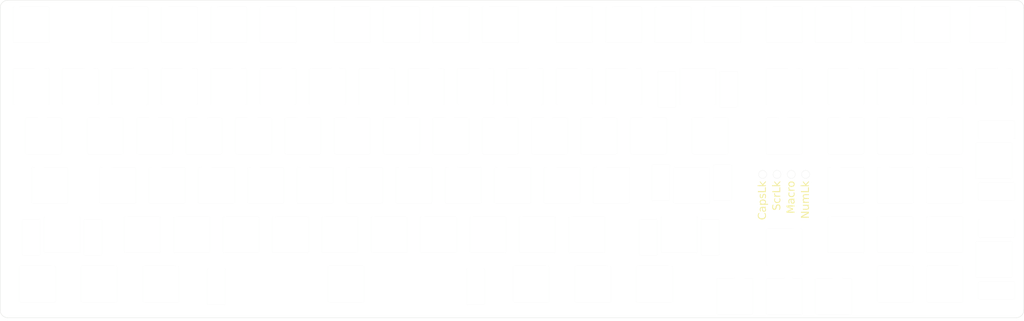
<source format=kicad_pcb>
(kicad_pcb (version 20221018) (generator pcbnew)
  (layers (0 "F.Cu" signal) (31 "B.Cu" signal) (34 "B.Paste" user) (35 "F.Paste" user) (36 "B.SilkS" user "B.Silkscreen") (37 "F.SilkS" user "F.Silkscreen") (38 "B.Mask" user) (39 "F.Mask" user) (44 "Edge.Cuts" user))
  (net 0 "")
  (footprint "PLATE:MX100" (layer "F.Cu") (at 232.975 47 180))
  (footprint "PLATE:MX100" (layer "F.Cu") (at 290.125 89.8625 180))
  (footprint "PLATE:MX100" (layer "F.Cu") (at 266.3125 127.9625 180))
  (footprint "PLATE:MX100" (layer "F.Cu") (at 123.4375 108.9125 180))
  (footprint "PLATE:MX100" (layer "F.Cu") (at 385.375 127.9625 180))
  (footprint "PLATE:MX100" (layer "F.Cu") (at 161.5375 108.9125 180))
  (footprint "PLATE:MX100" (layer "F.Cu") (at 175.825 47 180))
  (footprint "PLATE:MX100" (layer "F.Cu") (at 152.0125 127.9625 180))
  (footprint "PLATE:MX100" (layer "F.Cu") (at 80.575 89.8625 180))
  (footprint "PLATE:MX100" (layer "F.Cu") (at 423.475 70.8125 180))
  (footprint "PLATE:MX100" (layer "F.Cu") (at 366.325 108.9125 180))
  (footprint "PLATE:MX100" (layer "F.Cu") (at 318.7 47 180))
  (footprint "PLATE:MX625" (layer "F.Cu") (at 173.44375 147.0125))
  (footprint "PLATE:MX100" (layer "F.Cu") (at 171.0625 127.9625 180))
  (footprint "PLATE:MX100" (layer "F.Cu") (at 385.375 89.8625 180))
  (footprint "PLATE:MX100" (layer "F.Cu") (at 361.5625 47 180))
  (footprint "PLATE:MX100" (layer "F.Cu") (at 190.1125 127.9625 180))
  (footprint "PLATE:MX150" (layer "F.Cu") (at 56.7625 89.8625 180))
  (footprint "PLATE:MX125" (layer "F.Cu") (at 244.88125 147.0125 180))
  (footprint "PLATE:MX100" (layer "F.Cu") (at 342.5125 89.8625 180))
  (footprint "PLATE:MX200" (layer "F.Cu") (at 309.175 70.8125))
  (footprint "PLATE:MX100" (layer "F.Cu") (at 366.325 89.8625 180))
  (footprint "PLATE:MX100" (layer "F.Cu") (at 118.675 89.8625 180))
  (footprint "PLATE:MX100" (layer "F.Cu") (at 132.9625 127.9625 180))
  (footprint "PLATE:MX100" (layer "F.Cu") (at 90.1 47 180))
  (footprint "PLATE:MX100" (layer "F.Cu") (at 237.7375 108.9125 180))
  (footprint "PLATE:MX175" (layer "F.Cu") (at 59.14375 108.9125 180))
  (footprint "PLATE:MX100" (layer "F.Cu") (at 194.875 47 180))
  (footprint "PLATE:MX100" (layer "F.Cu") (at 199.6375 108.9125 180))
  (footprint "PLATE:MX100" (layer "F.Cu") (at 404.425 89.8625 180))
  (footprint "PLATE:MX100" (layer "F.Cu") (at 52 70.8125 180))
  (footprint "PLATE:MX100" (layer "F.Cu") (at 366.325 70.8125 180))
  (footprint "PLATE:MX100" (layer "F.Cu") (at 218.6875 108.9125 180))
  (footprint "PLATE:MX200" (layer "F.Cu") (at 423.475 99.3875 90))
  (footprint "PLATE:MX100" (layer "F.Cu") (at 342.5125 47 180))
  (footprint "PLATE:MX100" (layer "F.Cu") (at 261.55 47 180))
  (footprint "PLATE:MX100" (layer "F.Cu") (at 404.425 147.0125 180))
  (footprint "PLATE:MX100" (layer "F.Cu") (at 104.3875 108.9125 180))
  (footprint "PLATE:MX100" (layer "F.Cu") (at 185.35 70.8125 180))
  (footprint "PLATE:MX100" (layer "F.Cu") (at 385.375 147.0125 180))
  (footprint "PLATE:MX125" (layer "F.Cu") (at 54.38125 147.0125 180))
  (footprint "PLATE:MX100" (layer "F.Cu") (at 385.375 108.9125 180))
  (footprint "PLATE:MX100" (layer "F.Cu") (at 109.15 70.8125 180))
  (footprint "PLATE:MX100" (layer "F.Cu") (at 256.7875 108.9125 180))
  (footprint "PLATE:MX100" (layer "F.Cu") (at 128.2 70.8125 180))
  (footprint "PLATE:MX225" (layer "F.Cu") (at 306.79375 108.9125 180))
  (footprint "PLATE:MX100" (layer "F.Cu") (at 52 47 180))
  (footprint "PLATE:MX100" (layer "F.Cu") (at 342.5125 70.8125 180))
  (footprint "PLATE:MX100" (layer "F.Cu") (at 109.15 47 180))
  (footprint "PLATE:MX100" (layer "F.Cu") (at 366.325 127.9625 180))
  (footprint "PLATE:MX100" (layer "F.Cu") (at 404.425 70.8125 180))
  (footprint "PLATE:MX100" (layer "F.Cu") (at 385.375 70.8125 180))
  (footprint "PLATE:MX100" (layer "F.Cu") (at 128.2 47 180))
  (footprint "PLATE:MX100" (layer "F.Cu") (at 213.925 47 180))
  (footprint "PLATE:MX100" (layer "F.Cu") (at 137.725 89.8625 180))
  (footprint "PLATE:MX100" (layer "F.Cu") (at 90.1 70.8125 180))
  (footprint "PLATE:MX125" (layer "F.Cu") (at 102.00625 147.0125 180))
  (footprint "PLATE:MX100" (layer "F.Cu") (at 271.075 89.8625 180))
  (footprint "PLATE:MX100" (layer "F.Cu") (at 247.2625 127.9625 180))
  (footprint "PLATE:MX100" (layer "F.Cu") (at 156.775 89.8625 180))
  (footprint "PLATE:MX100" (layer "F.Cu") (at 223.45 70.8125 180))
  (footprint "PLATE:MX100" (layer "F.Cu") (at 280.6 70.8125 180))
  (footprint "PLATE:MX200" (layer "F.Cu") (at 423.475 137.4875 90))
  (footprint "PLATE:MX100" (layer "F.Cu") (at 142.4875 108.9125 180))
  (footprint "PLATE:MX100" (layer "F.Cu") (at 242.5 70.8125 180))
  (footprint "PLATE:MX100" (layer "F.Cu") (at 399.6625 47 180))
  (footprint "PLATE:MX100" (layer "F.Cu") (at 299.65 47 180))
  (footprint "PLATE:MX125" (layer "F.Cu") (at 292.50625 147.0125 180))
  (footprint "PLATE:MX100" (layer "F.Cu") (at 99.625 89.8625 180))
  (footprint "PLATE:MX100" (layer "F.Cu") (at 71.05 70.8125 180))
  (footprint "PLATE:MX150" (layer "F.Cu") (at 313.9375 89.8625 180))
  (footprint "PLATE:MX225" (layer "F.Cu") (at 63.90625 127.9625))
  (footprint "PLATE:MX275" (layer "F.Cu") (at 302.03125 127.9625))
  (footprint "PLATE:MX100" (layer "F.Cu") (at 280.6 47 180))
  (footprint "PLATE:MX100" (layer "F.Cu") (at 252.025 89.8625 180))
  (footprint "PLATE:MX100" (layer "F.Cu") (at 380.6125 47 180))
  (footprint "PLATE:MX100" (layer "F.Cu") (at 166.3 70.8125 180))
  (footprint "PLATE:MX100" (layer "F.Cu") (at 261.55 70.8125 180))
  (footprint "PLATE:MX100" (layer "F.Cu") (at 342.5125 151.775 180))
  (footprint "PLATE:MX125" (layer "F.Cu") (at 421.09375 47 180))
  (footprint "PLATE:MX125" (layer "F.Cu") (at 268.69375 147.0125 180))
  (footprint "PLATE:MX100" (layer "F.Cu") (at 94.8625 127.9625 180))
  (footprint "PLATE:MX100" (layer "F.Cu") (at 404.425 108.9125 180))
  (footprint "PLATE:MX100" (layer "F.Cu") (at 209.1625 127.9625 180))
  (footprint "PLATE:MX100" (layer "F.Cu") (at 147.25 47 180))
  (footprint "PLATE:MX100" (layer "F.Cu") (at 228.2125 127.9625 180))
  (footprint "PLATE:MX100" (layer "F.Cu") (at 361.5625 151.775 180))
  (footprint "PLATE:MX100" (layer "F.Cu") (at 404.425 127.9625 180))
  (footprint "PLATE:MX100" (layer "F.Cu") (at 147.25 70.8125 180))
  (footprint "PLATE:MX100" (layer "F.Cu") (at 180.5875 108.9125 180))
  (footprint "PLATE:MX100" (layer "F.Cu") (at 213.925 89.8625 180))
  (footprint "PLATE:MX100" (layer "F.Cu") (at 175.825 89.8625 180))
  (footprint "PLATE:MX100" (layer "F.Cu") (at 323.4625 151.775 180))
  (footprint "PLATE:MX100" (layer "F.Cu") (at 342.5125 132.725 180))
  (footprint "PLATE:MX100" (layer "F.Cu") (at 194.875 89.8625 180))
  (footprint "PLATE:MX100" (layer "F.Cu") (at 113.9125 127.9625 180))
  (footprint "PLATE:MX100" (layer "F.Cu") (at 204.4 70.8125 180))
  (footprint "PLATE:MX100" (layer "F.Cu") (at 85.3375 108.9125 180))
  (footprint "PLATE:MX125" (layer "F.Cu") (at 78.19375 147.0125 180))
  (footprint "PLATE:MX100" (layer "F.Cu") (at 232.975 89.8625 180))
  (footprint "PLATE:MX100" (layer "F.Cu") (at 275.8375 108.9125 180))
  (gr_circle (center 334.2 104.7) (end 335.75 104.7) (stroke (width 0.05)) (fill none) (layer "Edge.Cuts"))
  (gr_line locked (start 435 40.5) (end 435 157) (stroke (width 0.1)) (layer "Edge.Cuts"))
  (gr_line locked (start 43 37.5) (end 432 37.5) (stroke (width 0.1)) (layer "Edge.Cuts"))
  (gr_circle (center 339.75 104.7) (end 341.3 104.7) (stroke (width 0.05)) (fill none) (layer "Edge.Cuts"))
  (gr_circle (center 350.8 104.7) (end 352.35 104.7) (stroke (width 0.05)) (fill none) (layer "Edge.Cuts"))
  (gr_arc locked (start 432 37.5) (mid 434.12132 38.37868) (end 435 40.5) (stroke (width 0.1)) (layer "Edge.Cuts"))
  (gr_arc locked (start 43 160) (mid 40.87868 159.12132) (end 40 157) (stroke (width 0.1)) (layer "Edge.Cuts"))
  (gr_arc locked (start 435 157) (mid 434.12132 159.12132) (end 432 160) (stroke (width 0.1)) (layer "Edge.Cuts"))
  (gr_line locked (start 432 160) (end 43 160) (stroke (width 0.1)) (layer "Edge.Cuts"))
  (gr_arc locked (start 40 40.5) (mid 40.87868 38.37868) (end 43 37.5) (stroke (width 0.1)) (layer "Edge.Cuts"))
  (gr_line locked (start 40 157) (end 40 40.5) (stroke (width 0.1)) (layer "Edge.Cuts"))
  (gr_circle (center 345.25 104.7) (end 346.8 104.7) (stroke (width 0.05)) (fill none) (layer "Edge.Cuts"))
  (gr_text "NumLk" (at 350.8 107.2 90) (layer "F.SilkS") (effects (font (size 3 3)) (justify right)))
  (gr_text "Macro" (at 345.25 107.2 90) (layer "F.SilkS") (effects (font (size 3 3)) (justify right)))
  (gr_text "ScrLk" (at 339.75 107.2 90) (layer "F.SilkS") (effects (font (size 3 3)) (justify right)))
  (gr_text "CapsLk\n" (at 334.2 107.2 90) (layer "F.SilkS") (effects (font (size 3 3)) (justify right)))
)
</source>
